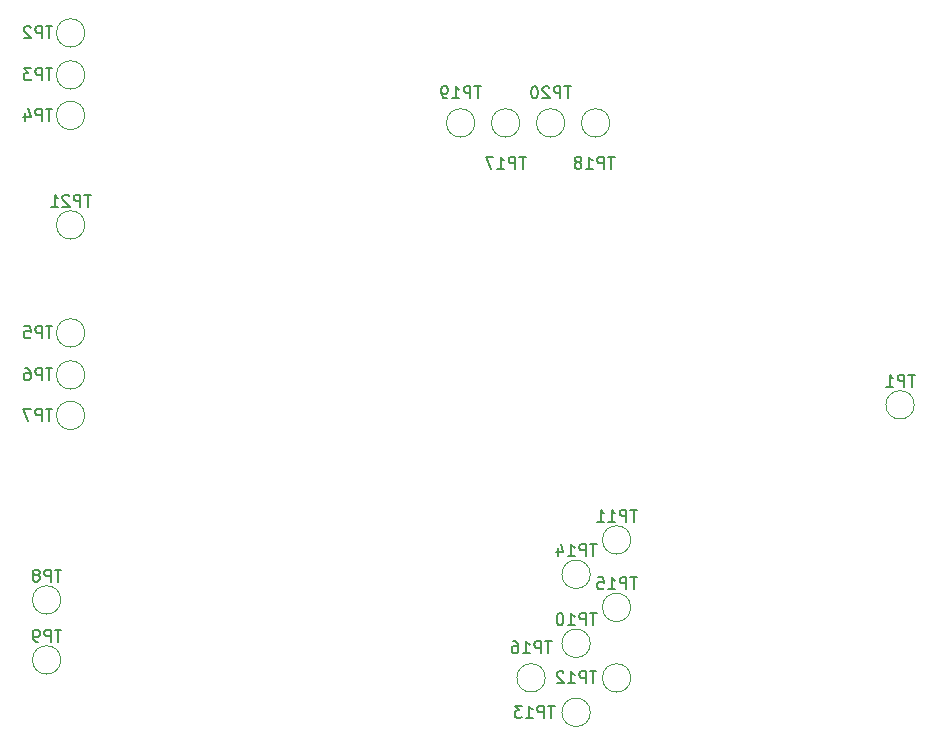
<source format=gbo>
G04 #@! TF.GenerationSoftware,KiCad,Pcbnew,6.0.10-86aedd382b~118~ubuntu18.04.1*
G04 #@! TF.CreationDate,2024-08-26T14:02:28-06:00*
G04 #@! TF.ProjectId,mss-cascade-basic,6d73732d-6361-4736-9361-64652d626173,rev?*
G04 #@! TF.SameCoordinates,Original*
G04 #@! TF.FileFunction,Legend,Bot*
G04 #@! TF.FilePolarity,Positive*
%FSLAX46Y46*%
G04 Gerber Fmt 4.6, Leading zero omitted, Abs format (unit mm)*
G04 Created by KiCad (PCBNEW 6.0.10-86aedd382b~118~ubuntu18.04.1) date 2024-08-26 14:02:28*
%MOMM*%
%LPD*%
G01*
G04 APERTURE LIST*
%ADD10C,0.150000*%
%ADD11C,0.120000*%
G04 APERTURE END LIST*
D10*
X71207095Y-184237380D02*
X70635666Y-184237380D01*
X70921380Y-185237380D02*
X70921380Y-184237380D01*
X70302333Y-185237380D02*
X70302333Y-184237380D01*
X69921380Y-184237380D01*
X69826142Y-184285000D01*
X69778523Y-184332619D01*
X69730904Y-184427857D01*
X69730904Y-184570714D01*
X69778523Y-184665952D01*
X69826142Y-184713571D01*
X69921380Y-184761190D01*
X70302333Y-184761190D01*
X68778523Y-185237380D02*
X69349952Y-185237380D01*
X69064238Y-185237380D02*
X69064238Y-184237380D01*
X69159476Y-184380238D01*
X69254714Y-184475476D01*
X69349952Y-184523095D01*
X68445190Y-184237380D02*
X67826142Y-184237380D01*
X68159476Y-184618333D01*
X68016619Y-184618333D01*
X67921380Y-184665952D01*
X67873761Y-184713571D01*
X67826142Y-184808809D01*
X67826142Y-185046904D01*
X67873761Y-185142142D01*
X67921380Y-185189761D01*
X68016619Y-185237380D01*
X68302333Y-185237380D01*
X68397571Y-185189761D01*
X68445190Y-185142142D01*
X28693904Y-126706380D02*
X28122476Y-126706380D01*
X28408190Y-127706380D02*
X28408190Y-126706380D01*
X27789142Y-127706380D02*
X27789142Y-126706380D01*
X27408190Y-126706380D01*
X27312952Y-126754000D01*
X27265333Y-126801619D01*
X27217714Y-126896857D01*
X27217714Y-127039714D01*
X27265333Y-127134952D01*
X27312952Y-127182571D01*
X27408190Y-127230190D01*
X27789142Y-127230190D01*
X26836761Y-126801619D02*
X26789142Y-126754000D01*
X26693904Y-126706380D01*
X26455809Y-126706380D01*
X26360571Y-126754000D01*
X26312952Y-126801619D01*
X26265333Y-126896857D01*
X26265333Y-126992095D01*
X26312952Y-127134952D01*
X26884380Y-127706380D01*
X26265333Y-127706380D01*
X78192095Y-173349380D02*
X77620666Y-173349380D01*
X77906380Y-174349380D02*
X77906380Y-173349380D01*
X77287333Y-174349380D02*
X77287333Y-173349380D01*
X76906380Y-173349380D01*
X76811142Y-173397000D01*
X76763523Y-173444619D01*
X76715904Y-173539857D01*
X76715904Y-173682714D01*
X76763523Y-173777952D01*
X76811142Y-173825571D01*
X76906380Y-173873190D01*
X77287333Y-173873190D01*
X75763523Y-174349380D02*
X76334952Y-174349380D01*
X76049238Y-174349380D02*
X76049238Y-173349380D01*
X76144476Y-173492238D01*
X76239714Y-173587476D01*
X76334952Y-173635095D01*
X74858761Y-173349380D02*
X75334952Y-173349380D01*
X75382571Y-173825571D01*
X75334952Y-173777952D01*
X75239714Y-173730333D01*
X75001619Y-173730333D01*
X74906380Y-173777952D01*
X74858761Y-173825571D01*
X74811142Y-173920809D01*
X74811142Y-174158904D01*
X74858761Y-174254142D01*
X74906380Y-174301761D01*
X75001619Y-174349380D01*
X75239714Y-174349380D01*
X75334952Y-174301761D01*
X75382571Y-174254142D01*
X28693904Y-155662380D02*
X28122476Y-155662380D01*
X28408190Y-156662380D02*
X28408190Y-155662380D01*
X27789142Y-156662380D02*
X27789142Y-155662380D01*
X27408190Y-155662380D01*
X27312952Y-155710000D01*
X27265333Y-155757619D01*
X27217714Y-155852857D01*
X27217714Y-155995714D01*
X27265333Y-156090952D01*
X27312952Y-156138571D01*
X27408190Y-156186190D01*
X27789142Y-156186190D01*
X26360571Y-155662380D02*
X26551047Y-155662380D01*
X26646285Y-155710000D01*
X26693904Y-155757619D01*
X26789142Y-155900476D01*
X26836761Y-156090952D01*
X26836761Y-156471904D01*
X26789142Y-156567142D01*
X26741523Y-156614761D01*
X26646285Y-156662380D01*
X26455809Y-156662380D01*
X26360571Y-156614761D01*
X26312952Y-156567142D01*
X26265333Y-156471904D01*
X26265333Y-156233809D01*
X26312952Y-156138571D01*
X26360571Y-156090952D01*
X26455809Y-156043333D01*
X26646285Y-156043333D01*
X26741523Y-156090952D01*
X26789142Y-156138571D01*
X26836761Y-156233809D01*
X28693904Y-130262380D02*
X28122476Y-130262380D01*
X28408190Y-131262380D02*
X28408190Y-130262380D01*
X27789142Y-131262380D02*
X27789142Y-130262380D01*
X27408190Y-130262380D01*
X27312952Y-130310000D01*
X27265333Y-130357619D01*
X27217714Y-130452857D01*
X27217714Y-130595714D01*
X27265333Y-130690952D01*
X27312952Y-130738571D01*
X27408190Y-130786190D01*
X27789142Y-130786190D01*
X26884380Y-130262380D02*
X26265333Y-130262380D01*
X26598666Y-130643333D01*
X26455809Y-130643333D01*
X26360571Y-130690952D01*
X26312952Y-130738571D01*
X26265333Y-130833809D01*
X26265333Y-131071904D01*
X26312952Y-131167142D01*
X26360571Y-131214761D01*
X26455809Y-131262380D01*
X26741523Y-131262380D01*
X26836761Y-131214761D01*
X26884380Y-131167142D01*
X74763095Y-176397380D02*
X74191666Y-176397380D01*
X74477380Y-177397380D02*
X74477380Y-176397380D01*
X73858333Y-177397380D02*
X73858333Y-176397380D01*
X73477380Y-176397380D01*
X73382142Y-176445000D01*
X73334523Y-176492619D01*
X73286904Y-176587857D01*
X73286904Y-176730714D01*
X73334523Y-176825952D01*
X73382142Y-176873571D01*
X73477380Y-176921190D01*
X73858333Y-176921190D01*
X72334523Y-177397380D02*
X72905952Y-177397380D01*
X72620238Y-177397380D02*
X72620238Y-176397380D01*
X72715476Y-176540238D01*
X72810714Y-176635476D01*
X72905952Y-176683095D01*
X71715476Y-176397380D02*
X71620238Y-176397380D01*
X71525000Y-176445000D01*
X71477380Y-176492619D01*
X71429761Y-176587857D01*
X71382142Y-176778333D01*
X71382142Y-177016428D01*
X71429761Y-177206904D01*
X71477380Y-177302142D01*
X71525000Y-177349761D01*
X71620238Y-177397380D01*
X71715476Y-177397380D01*
X71810714Y-177349761D01*
X71858333Y-177302142D01*
X71905952Y-177206904D01*
X71953571Y-177016428D01*
X71953571Y-176778333D01*
X71905952Y-176587857D01*
X71858333Y-176492619D01*
X71810714Y-176445000D01*
X71715476Y-176397380D01*
X74763095Y-170555380D02*
X74191666Y-170555380D01*
X74477380Y-171555380D02*
X74477380Y-170555380D01*
X73858333Y-171555380D02*
X73858333Y-170555380D01*
X73477380Y-170555380D01*
X73382142Y-170603000D01*
X73334523Y-170650619D01*
X73286904Y-170745857D01*
X73286904Y-170888714D01*
X73334523Y-170983952D01*
X73382142Y-171031571D01*
X73477380Y-171079190D01*
X73858333Y-171079190D01*
X72334523Y-171555380D02*
X72905952Y-171555380D01*
X72620238Y-171555380D02*
X72620238Y-170555380D01*
X72715476Y-170698238D01*
X72810714Y-170793476D01*
X72905952Y-170841095D01*
X71477380Y-170888714D02*
X71477380Y-171555380D01*
X71715476Y-170507761D02*
X71953571Y-171222047D01*
X71334523Y-171222047D01*
X70953095Y-178776380D02*
X70381666Y-178776380D01*
X70667380Y-179776380D02*
X70667380Y-178776380D01*
X70048333Y-179776380D02*
X70048333Y-178776380D01*
X69667380Y-178776380D01*
X69572142Y-178824000D01*
X69524523Y-178871619D01*
X69476904Y-178966857D01*
X69476904Y-179109714D01*
X69524523Y-179204952D01*
X69572142Y-179252571D01*
X69667380Y-179300190D01*
X70048333Y-179300190D01*
X68524523Y-179776380D02*
X69095952Y-179776380D01*
X68810238Y-179776380D02*
X68810238Y-178776380D01*
X68905476Y-178919238D01*
X69000714Y-179014476D01*
X69095952Y-179062095D01*
X67667380Y-178776380D02*
X67857857Y-178776380D01*
X67953095Y-178824000D01*
X68000714Y-178871619D01*
X68095952Y-179014476D01*
X68143571Y-179204952D01*
X68143571Y-179585904D01*
X68095952Y-179681142D01*
X68048333Y-179728761D01*
X67953095Y-179776380D01*
X67762619Y-179776380D01*
X67667380Y-179728761D01*
X67619761Y-179681142D01*
X67572142Y-179585904D01*
X67572142Y-179347809D01*
X67619761Y-179252571D01*
X67667380Y-179204952D01*
X67762619Y-179157333D01*
X67953095Y-179157333D01*
X68048333Y-179204952D01*
X68095952Y-179252571D01*
X68143571Y-179347809D01*
X74749095Y-181316380D02*
X74177666Y-181316380D01*
X74463380Y-182316380D02*
X74463380Y-181316380D01*
X73844333Y-182316380D02*
X73844333Y-181316380D01*
X73463380Y-181316380D01*
X73368142Y-181364000D01*
X73320523Y-181411619D01*
X73272904Y-181506857D01*
X73272904Y-181649714D01*
X73320523Y-181744952D01*
X73368142Y-181792571D01*
X73463380Y-181840190D01*
X73844333Y-181840190D01*
X72320523Y-182316380D02*
X72891952Y-182316380D01*
X72606238Y-182316380D02*
X72606238Y-181316380D01*
X72701476Y-181459238D01*
X72796714Y-181554476D01*
X72891952Y-181602095D01*
X71939571Y-181411619D02*
X71891952Y-181364000D01*
X71796714Y-181316380D01*
X71558619Y-181316380D01*
X71463380Y-181364000D01*
X71415761Y-181411619D01*
X71368142Y-181506857D01*
X71368142Y-181602095D01*
X71415761Y-181744952D01*
X71987190Y-182316380D01*
X71368142Y-182316380D01*
X28693904Y-159091380D02*
X28122476Y-159091380D01*
X28408190Y-160091380D02*
X28408190Y-159091380D01*
X27789142Y-160091380D02*
X27789142Y-159091380D01*
X27408190Y-159091380D01*
X27312952Y-159139000D01*
X27265333Y-159186619D01*
X27217714Y-159281857D01*
X27217714Y-159424714D01*
X27265333Y-159519952D01*
X27312952Y-159567571D01*
X27408190Y-159615190D01*
X27789142Y-159615190D01*
X26884380Y-159091380D02*
X26217714Y-159091380D01*
X26646285Y-160091380D01*
X68794095Y-137755380D02*
X68222666Y-137755380D01*
X68508380Y-138755380D02*
X68508380Y-137755380D01*
X67889333Y-138755380D02*
X67889333Y-137755380D01*
X67508380Y-137755380D01*
X67413142Y-137803000D01*
X67365523Y-137850619D01*
X67317904Y-137945857D01*
X67317904Y-138088714D01*
X67365523Y-138183952D01*
X67413142Y-138231571D01*
X67508380Y-138279190D01*
X67889333Y-138279190D01*
X66365523Y-138755380D02*
X66936952Y-138755380D01*
X66651238Y-138755380D02*
X66651238Y-137755380D01*
X66746476Y-137898238D01*
X66841714Y-137993476D01*
X66936952Y-138041095D01*
X66032190Y-137755380D02*
X65365523Y-137755380D01*
X65794095Y-138755380D01*
X31964095Y-140964380D02*
X31392666Y-140964380D01*
X31678380Y-141964380D02*
X31678380Y-140964380D01*
X31059333Y-141964380D02*
X31059333Y-140964380D01*
X30678380Y-140964380D01*
X30583142Y-141012000D01*
X30535523Y-141059619D01*
X30487904Y-141154857D01*
X30487904Y-141297714D01*
X30535523Y-141392952D01*
X30583142Y-141440571D01*
X30678380Y-141488190D01*
X31059333Y-141488190D01*
X30106952Y-141059619D02*
X30059333Y-141012000D01*
X29964095Y-140964380D01*
X29726000Y-140964380D01*
X29630761Y-141012000D01*
X29583142Y-141059619D01*
X29535523Y-141154857D01*
X29535523Y-141250095D01*
X29583142Y-141392952D01*
X30154571Y-141964380D01*
X29535523Y-141964380D01*
X28583142Y-141964380D02*
X29154571Y-141964380D01*
X28868857Y-141964380D02*
X28868857Y-140964380D01*
X28964095Y-141107238D01*
X29059333Y-141202476D01*
X29154571Y-141250095D01*
X76287095Y-137755380D02*
X75715666Y-137755380D01*
X76001380Y-138755380D02*
X76001380Y-137755380D01*
X75382333Y-138755380D02*
X75382333Y-137755380D01*
X75001380Y-137755380D01*
X74906142Y-137803000D01*
X74858523Y-137850619D01*
X74810904Y-137945857D01*
X74810904Y-138088714D01*
X74858523Y-138183952D01*
X74906142Y-138231571D01*
X75001380Y-138279190D01*
X75382333Y-138279190D01*
X73858523Y-138755380D02*
X74429952Y-138755380D01*
X74144238Y-138755380D02*
X74144238Y-137755380D01*
X74239476Y-137898238D01*
X74334714Y-137993476D01*
X74429952Y-138041095D01*
X73287095Y-138183952D02*
X73382333Y-138136333D01*
X73429952Y-138088714D01*
X73477571Y-137993476D01*
X73477571Y-137945857D01*
X73429952Y-137850619D01*
X73382333Y-137803000D01*
X73287095Y-137755380D01*
X73096619Y-137755380D01*
X73001380Y-137803000D01*
X72953761Y-137850619D01*
X72906142Y-137945857D01*
X72906142Y-137993476D01*
X72953761Y-138088714D01*
X73001380Y-138136333D01*
X73096619Y-138183952D01*
X73287095Y-138183952D01*
X73382333Y-138231571D01*
X73429952Y-138279190D01*
X73477571Y-138374428D01*
X73477571Y-138564904D01*
X73429952Y-138660142D01*
X73382333Y-138707761D01*
X73287095Y-138755380D01*
X73096619Y-138755380D01*
X73001380Y-138707761D01*
X72953761Y-138660142D01*
X72906142Y-138564904D01*
X72906142Y-138374428D01*
X72953761Y-138279190D01*
X73001380Y-138231571D01*
X73096619Y-138183952D01*
X29455904Y-172714380D02*
X28884476Y-172714380D01*
X29170190Y-173714380D02*
X29170190Y-172714380D01*
X28551142Y-173714380D02*
X28551142Y-172714380D01*
X28170190Y-172714380D01*
X28074952Y-172762000D01*
X28027333Y-172809619D01*
X27979714Y-172904857D01*
X27979714Y-173047714D01*
X28027333Y-173142952D01*
X28074952Y-173190571D01*
X28170190Y-173238190D01*
X28551142Y-173238190D01*
X27408285Y-173142952D02*
X27503523Y-173095333D01*
X27551142Y-173047714D01*
X27598761Y-172952476D01*
X27598761Y-172904857D01*
X27551142Y-172809619D01*
X27503523Y-172762000D01*
X27408285Y-172714380D01*
X27217809Y-172714380D01*
X27122571Y-172762000D01*
X27074952Y-172809619D01*
X27027333Y-172904857D01*
X27027333Y-172952476D01*
X27074952Y-173047714D01*
X27122571Y-173095333D01*
X27217809Y-173142952D01*
X27408285Y-173142952D01*
X27503523Y-173190571D01*
X27551142Y-173238190D01*
X27598761Y-173333428D01*
X27598761Y-173523904D01*
X27551142Y-173619142D01*
X27503523Y-173666761D01*
X27408285Y-173714380D01*
X27217809Y-173714380D01*
X27122571Y-173666761D01*
X27074952Y-173619142D01*
X27027333Y-173523904D01*
X27027333Y-173333428D01*
X27074952Y-173238190D01*
X27122571Y-173190571D01*
X27217809Y-173142952D01*
X29455904Y-177794380D02*
X28884476Y-177794380D01*
X29170190Y-178794380D02*
X29170190Y-177794380D01*
X28551142Y-178794380D02*
X28551142Y-177794380D01*
X28170190Y-177794380D01*
X28074952Y-177842000D01*
X28027333Y-177889619D01*
X27979714Y-177984857D01*
X27979714Y-178127714D01*
X28027333Y-178222952D01*
X28074952Y-178270571D01*
X28170190Y-178318190D01*
X28551142Y-178318190D01*
X27503523Y-178794380D02*
X27313047Y-178794380D01*
X27217809Y-178746761D01*
X27170190Y-178699142D01*
X27074952Y-178556285D01*
X27027333Y-178365809D01*
X27027333Y-177984857D01*
X27074952Y-177889619D01*
X27122571Y-177842000D01*
X27217809Y-177794380D01*
X27408285Y-177794380D01*
X27503523Y-177842000D01*
X27551142Y-177889619D01*
X27598761Y-177984857D01*
X27598761Y-178222952D01*
X27551142Y-178318190D01*
X27503523Y-178365809D01*
X27408285Y-178413428D01*
X27217809Y-178413428D01*
X27122571Y-178365809D01*
X27074952Y-178318190D01*
X27027333Y-178222952D01*
X64984095Y-131786380D02*
X64412666Y-131786380D01*
X64698380Y-132786380D02*
X64698380Y-131786380D01*
X64079333Y-132786380D02*
X64079333Y-131786380D01*
X63698380Y-131786380D01*
X63603142Y-131834000D01*
X63555523Y-131881619D01*
X63507904Y-131976857D01*
X63507904Y-132119714D01*
X63555523Y-132214952D01*
X63603142Y-132262571D01*
X63698380Y-132310190D01*
X64079333Y-132310190D01*
X62555523Y-132786380D02*
X63126952Y-132786380D01*
X62841238Y-132786380D02*
X62841238Y-131786380D01*
X62936476Y-131929238D01*
X63031714Y-132024476D01*
X63126952Y-132072095D01*
X62079333Y-132786380D02*
X61888857Y-132786380D01*
X61793619Y-132738761D01*
X61746000Y-132691142D01*
X61650761Y-132548285D01*
X61603142Y-132357809D01*
X61603142Y-131976857D01*
X61650761Y-131881619D01*
X61698380Y-131834000D01*
X61793619Y-131786380D01*
X61984095Y-131786380D01*
X62079333Y-131834000D01*
X62126952Y-131881619D01*
X62174571Y-131976857D01*
X62174571Y-132214952D01*
X62126952Y-132310190D01*
X62079333Y-132357809D01*
X61984095Y-132405428D01*
X61793619Y-132405428D01*
X61698380Y-132357809D01*
X61650761Y-132310190D01*
X61603142Y-132214952D01*
X28693904Y-152106380D02*
X28122476Y-152106380D01*
X28408190Y-153106380D02*
X28408190Y-152106380D01*
X27789142Y-153106380D02*
X27789142Y-152106380D01*
X27408190Y-152106380D01*
X27312952Y-152154000D01*
X27265333Y-152201619D01*
X27217714Y-152296857D01*
X27217714Y-152439714D01*
X27265333Y-152534952D01*
X27312952Y-152582571D01*
X27408190Y-152630190D01*
X27789142Y-152630190D01*
X26312952Y-152106380D02*
X26789142Y-152106380D01*
X26836761Y-152582571D01*
X26789142Y-152534952D01*
X26693904Y-152487333D01*
X26455809Y-152487333D01*
X26360571Y-152534952D01*
X26312952Y-152582571D01*
X26265333Y-152677809D01*
X26265333Y-152915904D01*
X26312952Y-153011142D01*
X26360571Y-153058761D01*
X26455809Y-153106380D01*
X26693904Y-153106380D01*
X26789142Y-153058761D01*
X26836761Y-153011142D01*
X72604095Y-131786380D02*
X72032666Y-131786380D01*
X72318380Y-132786380D02*
X72318380Y-131786380D01*
X71699333Y-132786380D02*
X71699333Y-131786380D01*
X71318380Y-131786380D01*
X71223142Y-131834000D01*
X71175523Y-131881619D01*
X71127904Y-131976857D01*
X71127904Y-132119714D01*
X71175523Y-132214952D01*
X71223142Y-132262571D01*
X71318380Y-132310190D01*
X71699333Y-132310190D01*
X70746952Y-131881619D02*
X70699333Y-131834000D01*
X70604095Y-131786380D01*
X70366000Y-131786380D01*
X70270761Y-131834000D01*
X70223142Y-131881619D01*
X70175523Y-131976857D01*
X70175523Y-132072095D01*
X70223142Y-132214952D01*
X70794571Y-132786380D01*
X70175523Y-132786380D01*
X69556476Y-131786380D02*
X69461238Y-131786380D01*
X69366000Y-131834000D01*
X69318380Y-131881619D01*
X69270761Y-131976857D01*
X69223142Y-132167333D01*
X69223142Y-132405428D01*
X69270761Y-132595904D01*
X69318380Y-132691142D01*
X69366000Y-132738761D01*
X69461238Y-132786380D01*
X69556476Y-132786380D01*
X69651714Y-132738761D01*
X69699333Y-132691142D01*
X69746952Y-132595904D01*
X69794571Y-132405428D01*
X69794571Y-132167333D01*
X69746952Y-131976857D01*
X69699333Y-131881619D01*
X69651714Y-131834000D01*
X69556476Y-131786380D01*
X78192095Y-167634380D02*
X77620666Y-167634380D01*
X77906380Y-168634380D02*
X77906380Y-167634380D01*
X77287333Y-168634380D02*
X77287333Y-167634380D01*
X76906380Y-167634380D01*
X76811142Y-167682000D01*
X76763523Y-167729619D01*
X76715904Y-167824857D01*
X76715904Y-167967714D01*
X76763523Y-168062952D01*
X76811142Y-168110571D01*
X76906380Y-168158190D01*
X77287333Y-168158190D01*
X75763523Y-168634380D02*
X76334952Y-168634380D01*
X76049238Y-168634380D02*
X76049238Y-167634380D01*
X76144476Y-167777238D01*
X76239714Y-167872476D01*
X76334952Y-167920095D01*
X74811142Y-168634380D02*
X75382571Y-168634380D01*
X75096857Y-168634380D02*
X75096857Y-167634380D01*
X75192095Y-167777238D01*
X75287333Y-167872476D01*
X75382571Y-167920095D01*
X101718904Y-156204380D02*
X101147476Y-156204380D01*
X101433190Y-157204380D02*
X101433190Y-156204380D01*
X100814142Y-157204380D02*
X100814142Y-156204380D01*
X100433190Y-156204380D01*
X100337952Y-156252000D01*
X100290333Y-156299619D01*
X100242714Y-156394857D01*
X100242714Y-156537714D01*
X100290333Y-156632952D01*
X100337952Y-156680571D01*
X100433190Y-156728190D01*
X100814142Y-156728190D01*
X99290333Y-157204380D02*
X99861761Y-157204380D01*
X99576047Y-157204380D02*
X99576047Y-156204380D01*
X99671285Y-156347238D01*
X99766523Y-156442476D01*
X99861761Y-156490095D01*
X28693904Y-133691380D02*
X28122476Y-133691380D01*
X28408190Y-134691380D02*
X28408190Y-133691380D01*
X27789142Y-134691380D02*
X27789142Y-133691380D01*
X27408190Y-133691380D01*
X27312952Y-133739000D01*
X27265333Y-133786619D01*
X27217714Y-133881857D01*
X27217714Y-134024714D01*
X27265333Y-134119952D01*
X27312952Y-134167571D01*
X27408190Y-134215190D01*
X27789142Y-134215190D01*
X26360571Y-134024714D02*
X26360571Y-134691380D01*
X26598666Y-133643761D02*
X26836761Y-134358047D01*
X26217714Y-134358047D01*
D11*
X74225000Y-184785000D02*
G75*
G03*
X74225000Y-184785000I-1200000J0D01*
G01*
X31426000Y-127254000D02*
G75*
G03*
X31426000Y-127254000I-1200000J0D01*
G01*
X77654000Y-175895000D02*
G75*
G03*
X77654000Y-175895000I-1200000J0D01*
G01*
X31426000Y-156210000D02*
G75*
G03*
X31426000Y-156210000I-1200000J0D01*
G01*
X31426000Y-130810000D02*
G75*
G03*
X31426000Y-130810000I-1200000J0D01*
G01*
X74225000Y-178943000D02*
G75*
G03*
X74225000Y-178943000I-1200000J0D01*
G01*
X74225000Y-173101000D02*
G75*
G03*
X74225000Y-173101000I-1200000J0D01*
G01*
X70415000Y-181864000D02*
G75*
G03*
X70415000Y-181864000I-1200000J0D01*
G01*
X77654000Y-181864000D02*
G75*
G03*
X77654000Y-181864000I-1200000J0D01*
G01*
X31426000Y-159639000D02*
G75*
G03*
X31426000Y-159639000I-1200000J0D01*
G01*
X68256000Y-134874000D02*
G75*
G03*
X68256000Y-134874000I-1200000J0D01*
G01*
X31426000Y-143510000D02*
G75*
G03*
X31426000Y-143510000I-1200000J0D01*
G01*
X75876000Y-134874000D02*
G75*
G03*
X75876000Y-134874000I-1200000J0D01*
G01*
X29394000Y-175260000D02*
G75*
G03*
X29394000Y-175260000I-1200000J0D01*
G01*
X29394000Y-180340000D02*
G75*
G03*
X29394000Y-180340000I-1200000J0D01*
G01*
X64446000Y-134874000D02*
G75*
G03*
X64446000Y-134874000I-1200000J0D01*
G01*
X31426000Y-152654000D02*
G75*
G03*
X31426000Y-152654000I-1200000J0D01*
G01*
X72066000Y-134874000D02*
G75*
G03*
X72066000Y-134874000I-1200000J0D01*
G01*
X77654000Y-170180000D02*
G75*
G03*
X77654000Y-170180000I-1200000J0D01*
G01*
X101657000Y-158750000D02*
G75*
G03*
X101657000Y-158750000I-1200000J0D01*
G01*
X31426000Y-134239000D02*
G75*
G03*
X31426000Y-134239000I-1200000J0D01*
G01*
M02*

</source>
